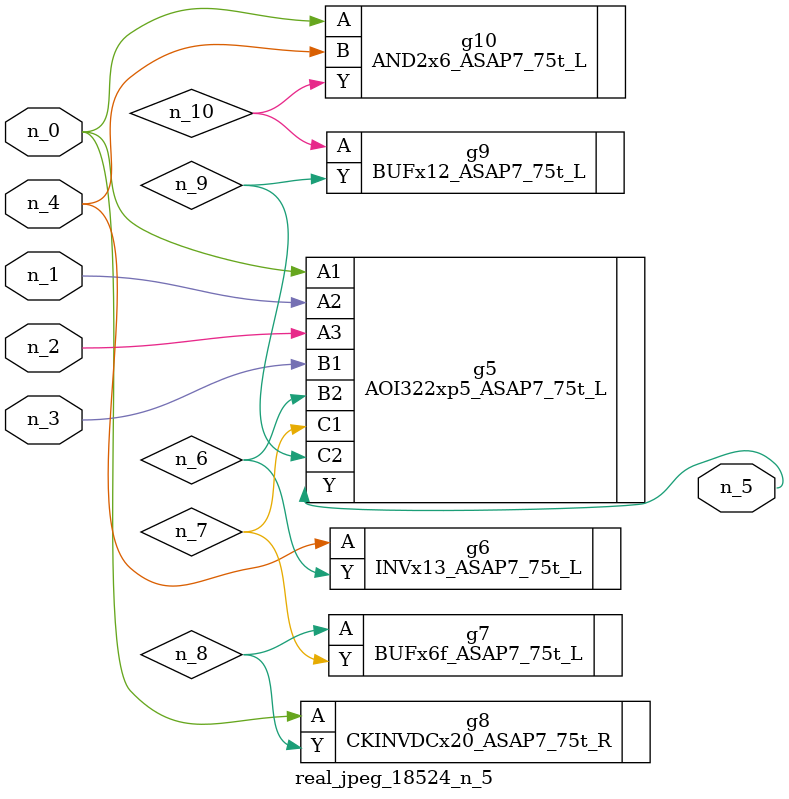
<source format=v>
module real_jpeg_18524_n_5 (n_4, n_0, n_1, n_2, n_3, n_5);

input n_4;
input n_0;
input n_1;
input n_2;
input n_3;

output n_5;

wire n_8;
wire n_6;
wire n_7;
wire n_10;
wire n_9;

AOI322xp5_ASAP7_75t_L g5 ( 
.A1(n_0),
.A2(n_1),
.A3(n_2),
.B1(n_3),
.B2(n_6),
.C1(n_7),
.C2(n_9),
.Y(n_5)
);

CKINVDCx20_ASAP7_75t_R g8 ( 
.A(n_0),
.Y(n_8)
);

AND2x6_ASAP7_75t_L g10 ( 
.A(n_0),
.B(n_4),
.Y(n_10)
);

INVx13_ASAP7_75t_L g6 ( 
.A(n_4),
.Y(n_6)
);

BUFx6f_ASAP7_75t_L g7 ( 
.A(n_8),
.Y(n_7)
);

BUFx12_ASAP7_75t_L g9 ( 
.A(n_10),
.Y(n_9)
);


endmodule
</source>
